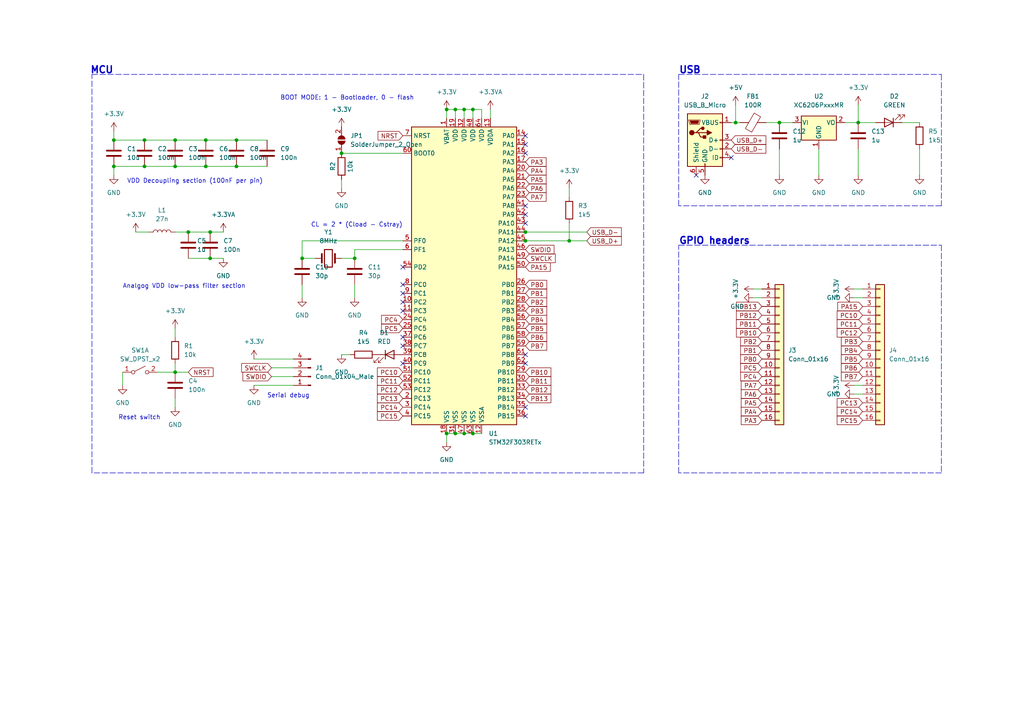
<source format=kicad_sch>
(kicad_sch (version 20211123) (generator eeschema)
  (paper "A4")
  (lib_symbols
    (symbol "Connector:Conn_01x04_Male" (pin_names (offset 1.016) hide)
      (property "Reference" "J" (at 0 5.08 0))
      (property "Value" "Conn_01x04_Male" (at 0 -7.62 0))
      (symbol "Conn_01x04_Male_1_1"
        (polyline (pts (xy 1.27 -5.08) (xy 0.8636 -5.08)) (stroke (width 0.1524)))
        (polyline (pts (xy 1.27 -2.54) (xy 0.8636 -2.54)) (stroke (width 0.1524)))
        (polyline (pts (xy 1.27 0) (xy 0.8636 0)) (stroke (width 0.1524)))
        (polyline (pts (xy 1.27 2.54) (xy 0.8636 2.54)) (stroke (width 0.1524)))
        (rectangle (start 0.8636 -4.953) (end 0 -5.207) (stroke (width 0.1524)) (fill (type outline)))
        (rectangle (start 0.8636 -2.413) (end 0 -2.667) (stroke (width 0.1524)) (fill (type outline)))
        (rectangle (start 0.8636 0.127) (end 0 -0.127) (stroke (width 0.1524)) (fill (type outline)))
        (rectangle (start 0.8636 2.667) (end 0 2.413) (stroke (width 0.1524)) (fill (type outline)))
        (pin passive line (at 5.08 2.54 180) (length 3.81) (name "Pin_1") (number "1"))
        (pin passive line (at 5.08 0 180) (length 3.81) (name "Pin_2") (number "2"))
        (pin passive line (at 5.08 -2.54 180) (length 3.81) (name "Pin_3") (number "3"))
        (pin passive line (at 5.08 -5.08 180) (length 3.81) (name "Pin_4") (number "4"))
      )
    )
    (symbol "Connector:USB_B_Micro" (pin_names (offset 1.016))
      (property "Reference" "J" (at -5.08 11.43 0))
      (property "Value" "USB_B_Micro" (at -5.08 8.89 0))
      (symbol "USB_B_Micro_0_1"
        (rectangle (start -5.08 -7.62) (end 5.08 7.62) (stroke (width 0.254)) (fill (type background)))
        (circle (center -3.81 2.159) (radius 0.635) (stroke (width 0.254)) (fill (type outline)))
        (circle (center -0.635 3.429) (radius 0.381) (stroke (width 0.254)) (fill (type outline)))
        (rectangle (start -0.127 -7.62) (end 0.127 -6.858))
        (polyline (pts (xy -1.905 2.159) (xy 0.635 2.159)) (stroke (width 0.254)))
        (polyline (pts (xy -3.175 2.159) (xy -2.54 2.159) (xy -1.27 3.429) (xy -0.635 3.429)) (stroke (width 0.254)))
        (polyline (pts (xy -2.54 2.159) (xy -1.905 2.159) (xy -1.27 0.889) (xy 0 0.889)) (stroke (width 0.254)))
        (polyline (pts (xy 0.635 2.794) (xy 0.635 1.524) (xy 1.905 2.159) (xy 0.635 2.794)) (stroke (width 0.254)) (fill (type outline)))
        (polyline (pts (xy -4.318 5.588) (xy -1.778 5.588) (xy -2.032 4.826) (xy -4.064 4.826) (xy -4.318 5.588)) (fill (type outline)))
        (polyline (pts (xy -4.699 5.842) (xy -4.699 5.588) (xy -4.445 4.826) (xy -4.445 4.572) (xy -1.651 4.572) (xy -1.651 4.826) (xy -1.397 5.588) (xy -1.397 5.842) (xy -4.699 5.842)))
        (rectangle (start 0.254 1.27) (end -0.508 0.508) (stroke (width 0.254)) (fill (type outline)))
        (rectangle (start 5.08 -5.207) (end 4.318 -4.953))
        (rectangle (start 5.08 -2.667) (end 4.318 -2.413))
        (rectangle (start 5.08 -0.127) (end 4.318 0.127))
        (rectangle (start 5.08 4.953) (end 4.318 5.207))
      )
      (symbol "USB_B_Micro_1_1"
        (pin power_out line (at 7.62 5.08 180) (length 2.54) (name "VBUS") (number "1"))
        (pin bidirectional line (at 7.62 -2.54 180) (length 2.54) (name "D-") (number "2"))
        (pin bidirectional line (at 7.62 0 180) (length 2.54) (name "D+") (number "3"))
        (pin passive line (at 7.62 -5.08 180) (length 2.54) (name "ID") (number "4"))
        (pin power_out line (at 0 -10.16 90) (length 2.54) (name "GND") (number "5"))
        (pin passive line (at -2.54 -10.16 90) (length 2.54) (name "Shield") (number "6"))
      )
    )
    (symbol "Connector_Generic:Conn_01x16" (pin_names (offset 1.016) hide)
      (property "Reference" "J" (at 0 20.32 0))
      (property "Value" "Conn_01x16" (at 0 -22.86 0))
      (symbol "Conn_01x16_1_1"
        (rectangle (start -1.27 -20.193) (end 0 -20.447) (stroke (width 0.1524)))
        (rectangle (start -1.27 -17.653) (end 0 -17.907) (stroke (width 0.1524)))
        (rectangle (start -1.27 -15.113) (end 0 -15.367) (stroke (width 0.1524)))
        (rectangle (start -1.27 -12.573) (end 0 -12.827) (stroke (width 0.1524)))
        (rectangle (start -1.27 -10.033) (end 0 -10.287) (stroke (width 0.1524)))
        (rectangle (start -1.27 -7.493) (end 0 -7.747) (stroke (width 0.1524)))
        (rectangle (start -1.27 -4.953) (end 0 -5.207) (stroke (width 0.1524)))
        (rectangle (start -1.27 -2.413) (end 0 -2.667) (stroke (width 0.1524)))
        (rectangle (start -1.27 0.127) (end 0 -0.127) (stroke (width 0.1524)))
        (rectangle (start -1.27 2.667) (end 0 2.413) (stroke (width 0.1524)))
        (rectangle (start -1.27 5.207) (end 0 4.953) (stroke (width 0.1524)))
        (rectangle (start -1.27 7.747) (end 0 7.493) (stroke (width 0.1524)))
        (rectangle (start -1.27 10.287) (end 0 10.033) (stroke (width 0.1524)))
        (rectangle (start -1.27 12.827) (end 0 12.573) (stroke (width 0.1524)))
        (rectangle (start -1.27 15.367) (end 0 15.113) (stroke (width 0.1524)))
        (rectangle (start -1.27 17.907) (end 0 17.653) (stroke (width 0.1524)))
        (rectangle (start -1.27 19.05) (end 1.27 -21.59) (stroke (width 0.254)) (fill (type background)))
        (pin passive line (at -5.08 17.78 0) (length 3.81) (name "Pin_1") (number "1"))
        (pin passive line (at -5.08 -5.08 0) (length 3.81) (name "Pin_10") (number "10"))
        (pin passive line (at -5.08 -7.62 0) (length 3.81) (name "Pin_11") (number "11"))
        (pin passive line (at -5.08 -10.16 0) (length 3.81) (name "Pin_12") (number "12"))
        (pin passive line (at -5.08 -12.7 0) (length 3.81) (name "Pin_13") (number "13"))
        (pin passive line (at -5.08 -15.24 0) (length 3.81) (name "Pin_14") (number "14"))
        (pin passive line (at -5.08 -17.78 0) (length 3.81) (name "Pin_15") (number "15"))
        (pin passive line (at -5.08 -20.32 0) (length 3.81) (name "Pin_16") (number "16"))
        (pin passive line (at -5.08 15.24 0) (length 3.81) (name "Pin_2") (number "2"))
        (pin passive line (at -5.08 12.7 0) (length 3.81) (name "Pin_3") (number "3"))
        (pin passive line (at -5.08 10.16 0) (length 3.81) (name "Pin_4") (number "4"))
        (pin passive line (at -5.08 7.62 0) (length 3.81) (name "Pin_5") (number "5"))
        (pin passive line (at -5.08 5.08 0) (length 3.81) (name "Pin_6") (number "6"))
        (pin passive line (at -5.08 2.54 0) (length 3.81) (name "Pin_7") (number "7"))
        (pin passive line (at -5.08 0 0) (length 3.81) (name "Pin_8") (number "8"))
        (pin passive line (at -5.08 -2.54 0) (length 3.81) (name "Pin_9") (number "9"))
      )
    )
    (symbol "Device:C" (pin_numbers hide) (pin_names (offset 0.254))
      (property "Reference" "C" (at 0.635 2.54 0))
      (property "Value" "C" (at 0.635 -2.54 0))
      (symbol "C_0_1"
        (polyline (pts (xy -2.032 -0.762) (xy 2.032 -0.762)) (stroke (width 0.508)))
        (polyline (pts (xy -2.032 0.762) (xy 2.032 0.762)) (stroke (width 0.508)))
      )
      (symbol "C_1_1"
        (pin passive line (at 0 3.81 270) (length 2.794) (name "~") (number "1"))
        (pin passive line (at 0 -3.81 90) (length 2.794) (name "~") (number "2"))
      )
    )
    (symbol "Device:Crystal" (pin_numbers hide) (pin_names (offset 1.016) hide)
      (property "Reference" "Y" (at 0 3.81 0))
      (property "Value" "Crystal" (at 0 -3.81 0))
      (symbol "Crystal_0_1"
        (rectangle (start -1.143 2.54) (end 1.143 -2.54) (stroke (width 0.3048)))
        (polyline (pts (xy -2.54 0) (xy -1.905 0)))
        (polyline (pts (xy -1.905 -1.27) (xy -1.905 1.27)) (stroke (width 0.508)))
        (polyline (pts (xy 1.905 -1.27) (xy 1.905 1.27)) (stroke (width 0.508)))
        (polyline (pts (xy 2.54 0) (xy 1.905 0)))
      )
      (symbol "Crystal_1_1"
        (pin passive line (at -3.81 0 0) (length 1.27) (name "1") (number "1"))
        (pin passive line (at 3.81 0 180) (length 1.27) (name "2") (number "2"))
      )
    )
    (symbol "Device:FerriteBead" (pin_numbers hide) (pin_names (offset 0))
      (property "Reference" "FB" (at -3.81 0.635 90))
      (property "Value" "FerriteBead" (at 3.81 0 90))
      (symbol "FerriteBead_0_1"
        (polyline (pts (xy 0 -1.27) (xy 0 -1.2192)))
        (polyline (pts (xy 0 1.27) (xy 0 1.2954)))
        (polyline (pts (xy -2.7686 0.4064) (xy -1.7018 2.2606) (xy 2.7686 -0.3048) (xy 1.6764 -2.159) (xy -2.7686 0.4064)))
      )
      (symbol "FerriteBead_1_1"
        (pin passive line (at 0 3.81 270) (length 2.54) (name "~") (number "1"))
        (pin passive line (at 0 -3.81 90) (length 2.54) (name "~") (number "2"))
      )
    )
    (symbol "Device:L" (pin_numbers hide) (pin_names (offset 1.016) hide)
      (property "Reference" "L" (at -1.27 0 90))
      (property "Value" "L" (at 1.905 0 90))
      (symbol "L_0_1"
        (arc (start 0 -2.54) (mid 0.635 -1.905) (end 0 -1.27))
        (arc (start 0 -1.27) (mid 0.635 -0.635) (end 0 0))
        (arc (start 0 0) (mid 0.635 0.635) (end 0 1.27))
        (arc (start 0 1.27) (mid 0.635 1.905) (end 0 2.54))
      )
      (symbol "L_1_1"
        (pin passive line (at 0 3.81 270) (length 1.27) (name "1") (number "1"))
        (pin passive line (at 0 -3.81 90) (length 1.27) (name "2") (number "2"))
      )
    )
    (symbol "Device:LED" (pin_numbers hide) (pin_names (offset 1.016) hide)
      (property "Reference" "D" (at 0 2.54 0))
      (property "Value" "LED" (at 0 -2.54 0))
      (symbol "LED_0_1"
        (polyline (pts (xy -1.27 -1.27) (xy -1.27 1.27)) (stroke (width 0.254)))
        (polyline (pts (xy -1.27 0) (xy 1.27 0)))
        (polyline (pts (xy 1.27 -1.27) (xy 1.27 1.27) (xy -1.27 0) (xy 1.27 -1.27)) (stroke (width 0.254)))
        (polyline (pts (xy -3.048 -0.762) (xy -4.572 -2.286) (xy -3.81 -2.286) (xy -4.572 -2.286) (xy -4.572 -1.524)))
        (polyline (pts (xy -1.778 -0.762) (xy -3.302 -2.286) (xy -2.54 -2.286) (xy -3.302 -2.286) (xy -3.302 -1.524)))
      )
      (symbol "LED_1_1"
        (pin passive line (at -3.81 0 0) (length 2.54) (name "K") (number "1"))
        (pin passive line (at 3.81 0 180) (length 2.54) (name "A") (number "2"))
      )
    )
    (symbol "Device:R" (pin_numbers hide) (pin_names (offset 0))
      (property "Reference" "R" (at 2.032 0 90))
      (property "Value" "R" (at 0 0 90))
      (symbol "R_0_1"
        (rectangle (start -1.016 -2.54) (end 1.016 2.54) (stroke (width 0.254)))
      )
      (symbol "R_1_1"
        (pin passive line (at 0 3.81 270) (length 1.27) (name "~") (number "1"))
        (pin passive line (at 0 -3.81 90) (length 1.27) (name "~") (number "2"))
      )
    )
    (symbol "Jumper:SolderJumper_2_Open" (pin_names (offset 0) hide)
      (property "Reference" "JP" (at 0 2.032 0))
      (property "Value" "SolderJumper_2_Open" (at 0 -2.54 0))
      (symbol "SolderJumper_2_Open_0_1"
        (arc (start -0.254 1.016) (mid -1.27 0) (end -0.254 -1.016))
        (arc (start -0.254 1.016) (mid -1.27 0) (end -0.254 -1.016) (fill (type outline)))
        (polyline (pts (xy -0.254 1.016) (xy -0.254 -1.016)))
        (polyline (pts (xy 0.254 1.016) (xy 0.254 -1.016)))
        (arc (start 0.254 -1.016) (mid 1.27 0) (end 0.254 1.016))
        (arc (start 0.254 -1.016) (mid 1.27 0) (end 0.254 1.016) (fill (type outline)))
      )
      (symbol "SolderJumper_2_Open_1_1"
        (pin passive line (at -3.81 0 0) (length 2.54) (name "A") (number "1"))
        (pin passive line (at 3.81 0 180) (length 2.54) (name "B") (number "2"))
      )
    )
    (symbol "MCU_ST_STM32F3:STM32F303RETx"
      (property "Reference" "U" (at -15.24 44.45 0))
      (property "Value" "STM32F303RETx" (at 10.16 44.45 0))
      (symbol "STM32F303RETx_0_1"
        (rectangle (start -15.24 -43.18) (end 15.24 43.18) (stroke (width 0.254)) (fill (type background)))
      )
      (symbol "STM32F303RETx_1_1"
        (pin power_in line (at -5.08 45.72 270) (length 2.54) (name "VBAT") (number "1"))
        (pin bidirectional line (at -17.78 -7.62 0) (length 2.54) (name "PC2") (number "10"))
        (pin bidirectional line (at -17.78 -10.16 0) (length 2.54) (name "PC3") (number "11"))
        (pin power_in line (at 5.08 -45.72 90) (length 2.54) (name "VSSA") (number "12"))
        (pin power_in line (at 7.62 45.72 270) (length 2.54) (name "VDDA") (number "13"))
        (pin bidirectional line (at 17.78 40.64 180) (length 2.54) (name "PA0") (number "14"))
        (pin bidirectional line (at 17.78 38.1 180) (length 2.54) (name "PA1") (number "15"))
        (pin bidirectional line (at 17.78 35.56 180) (length 2.54) (name "PA2") (number "16"))
        (pin bidirectional line (at 17.78 33.02 180) (length 2.54) (name "PA3") (number "17"))
        (pin power_in line (at -5.08 -45.72 90) (length 2.54) (name "VSS") (number "18"))
        (pin power_in line (at -2.54 45.72 270) (length 2.54) (name "VDD") (number "19"))
        (pin bidirectional line (at -17.78 -35.56 0) (length 2.54) (name "PC13") (number "2"))
        (pin bidirectional line (at 17.78 30.48 180) (length 2.54) (name "PA4") (number "20"))
        (pin bidirectional line (at 17.78 27.94 180) (length 2.54) (name "PA5") (number "21"))
        (pin bidirectional line (at 17.78 25.4 180) (length 2.54) (name "PA6") (number "22"))
        (pin bidirectional line (at 17.78 22.86 180) (length 2.54) (name "PA7") (number "23"))
        (pin bidirectional line (at -17.78 -12.7 0) (length 2.54) (name "PC4") (number "24"))
        (pin bidirectional line (at -17.78 -15.24 0) (length 2.54) (name "PC5") (number "25"))
        (pin bidirectional line (at 17.78 -2.54 180) (length 2.54) (name "PB0") (number "26"))
        (pin bidirectional line (at 17.78 -5.08 180) (length 2.54) (name "PB1") (number "27"))
        (pin bidirectional line (at 17.78 -7.62 180) (length 2.54) (name "PB2") (number "28"))
        (pin bidirectional line (at 17.78 -27.94 180) (length 2.54) (name "PB10") (number "29"))
        (pin bidirectional line (at -17.78 -38.1 0) (length 2.54) (name "PC14") (number "3"))
        (pin bidirectional line (at 17.78 -30.48 180) (length 2.54) (name "PB11") (number "30"))
        (pin power_in line (at -2.54 -45.72 90) (length 2.54) (name "VSS") (number "31"))
        (pin power_in line (at 0 45.72 270) (length 2.54) (name "VDD") (number "32"))
        (pin bidirectional line (at 17.78 -33.02 180) (length 2.54) (name "PB12") (number "33"))
        (pin bidirectional line (at 17.78 -35.56 180) (length 2.54) (name "PB13") (number "34"))
        (pin bidirectional line (at 17.78 -38.1 180) (length 2.54) (name "PB14") (number "35"))
        (pin bidirectional line (at 17.78 -40.64 180) (length 2.54) (name "PB15") (number "36"))
        (pin bidirectional line (at -17.78 -17.78 0) (length 2.54) (name "PC6") (number "37"))
        (pin bidirectional line (at -17.78 -20.32 0) (length 2.54) (name "PC7") (number "38"))
        (pin bidirectional line (at -17.78 -22.86 0) (length 2.54) (name "PC8") (number "39"))
        (pin bidirectional line (at -17.78 -40.64 0) (length 2.54) (name "PC15") (number "4"))
        (pin bidirectional line (at -17.78 -25.4 0) (length 2.54) (name "PC9") (number "40"))
        (pin bidirectional line (at 17.78 20.32 180) (length 2.54) (name "PA8") (number "41"))
        (pin bidirectional line (at 17.78 17.78 180) (length 2.54) (name "PA9") (number "42"))
        (pin bidirectional line (at 17.78 15.24 180) (length 2.54) (name "PA10") (number "43"))
        (pin bidirectional line (at 17.78 12.7 180) (length 2.54) (name "PA11") (number "44"))
        (pin bidirectional line (at 17.78 10.16 180) (length 2.54) (name "PA12") (number "45"))
        (pin bidirectional line (at 17.78 7.62 180) (length 2.54) (name "PA13") (number "46"))
        (pin power_in line (at 0 -45.72 90) (length 2.54) (name "VSS") (number "47"))
        (pin power_in line (at 2.54 45.72 270) (length 2.54) (name "VDD") (number "48"))
        (pin bidirectional line (at 17.78 5.08 180) (length 2.54) (name "PA14") (number "49"))
        (pin input line (at -17.78 10.16 0) (length 2.54) (name "PF0") (number "5"))
        (pin bidirectional line (at 17.78 2.54 180) (length 2.54) (name "PA15") (number "50"))
        (pin bidirectional line (at -17.78 -27.94 0) (length 2.54) (name "PC10") (number "51"))
        (pin bidirectional line (at -17.78 -30.48 0) (length 2.54) (name "PC11") (number "52"))
        (pin bidirectional line (at -17.78 -33.02 0) (length 2.54) (name "PC12") (number "53"))
        (pin bidirectional line (at -17.78 2.54 0) (length 2.54) (name "PD2") (number "54"))
        (pin bidirectional line (at 17.78 -10.16 180) (length 2.54) (name "PB3") (number "55"))
        (pin bidirectional line (at 17.78 -12.7 180) (length 2.54) (name "PB4") (number "56"))
        (pin bidirectional line (at 17.78 -15.24 180) (length 2.54) (name "PB5") (number "57"))
        (pin bidirectional line (at 17.78 -17.78 180) (length 2.54) (name "PB6") (number "58"))
        (pin bidirectional line (at 17.78 -20.32 180) (length 2.54) (name "PB7") (number "59"))
        (pin input line (at -17.78 7.62 0) (length 2.54) (name "PF1") (number "6"))
        (pin input line (at -17.78 35.56 0) (length 2.54) (name "BOOT0") (number "60"))
        (pin bidirectional line (at 17.78 -22.86 180) (length 2.54) (name "PB8") (number "61"))
        (pin bidirectional line (at 17.78 -25.4 180) (length 2.54) (name "PB9") (number "62"))
        (pin power_in line (at 2.54 -45.72 90) (length 2.54) (name "VSS") (number "63"))
        (pin power_in line (at 5.08 45.72 270) (length 2.54) (name "VDD") (number "64"))
        (pin input line (at -17.78 40.64 0) (length 2.54) (name "NRST") (number "7"))
        (pin bidirectional line (at -17.78 -2.54 0) (length 2.54) (name "PC0") (number "8"))
        (pin bidirectional line (at -17.78 -5.08 0) (length 2.54) (name "PC1") (number "9"))
      )
    )
    (symbol "Regulator_Linear:XC6206PxxxMR" (pin_names (offset 0.254))
      (property "Reference" "U" (at -3.81 3.175 0))
      (property "Value" "XC6206PxxxMR" (at 0 3.175 0))
      (symbol "XC6206PxxxMR_0_1"
        (rectangle (start -5.08 1.905) (end 5.08 -5.08) (stroke (width 0.254)) (fill (type background)))
      )
      (symbol "XC6206PxxxMR_1_1"
        (pin power_in line (at 0 -7.62 90) (length 2.54) (name "GND") (number "1"))
        (pin power_out line (at 7.62 0 180) (length 2.54) (name "VO") (number "2"))
        (pin power_in line (at -7.62 0 0) (length 2.54) (name "VI") (number "3"))
      )
    )
    (symbol "Switch:SW_DPST_x2" (pin_names (offset 0) hide)
      (property "Reference" "SW" (at 0 3.175 0))
      (property "Value" "SW_DPST_x2" (at 0 -2.54 0))
      (symbol "SW_DPST_x2_0_0"
        (circle (center -2.032 0) (radius 0.508))
        (polyline (pts (xy -1.524 0.254) (xy 1.524 1.778)))
        (circle (center 2.032 0) (radius 0.508))
      )
      (symbol "SW_DPST_x2_1_1"
        (pin passive line (at -5.08 0 0) (length 2.54) (name "A") (number "1"))
        (pin passive line (at 5.08 0 180) (length 2.54) (name "B") (number "2"))
      )
      (symbol "SW_DPST_x2_2_1"
        (pin passive line (at -5.08 0 0) (length 2.54) (name "A") (number "3"))
        (pin passive line (at 5.08 0 180) (length 2.54) (name "B") (number "4"))
      )
    )
    (symbol "power:+3.3V" (power) (pin_names (offset 0))
      (property "Value" "+3.3V" (at 0 3.556 0))
      (symbol "+3.3V_0_1"
        (polyline (pts (xy -0.762 1.27) (xy 0 2.54)))
        (polyline (pts (xy 0 0) (xy 0 2.54)))
        (polyline (pts (xy 0 2.54) (xy 0.762 1.27)))
      )
      (symbol "+3.3V_1_1"
        (pin power_in line (at 0 0 90) (length 0) hide (name "+3.3V") (number "1"))
      )
    )
    (symbol "power:+3.3VA" (power) (pin_names (offset 0))
      (property "Value" "+3.3VA" (at 0 3.556 0))
      (symbol "+3.3VA_0_1"
        (polyline (pts (xy -0.762 1.27) (xy 0 2.54)))
        (polyline (pts (xy 0 0) (xy 0 2.54)))
        (polyline (pts (xy 0 2.54) (xy 0.762 1.27)))
      )
      (symbol "+3.3VA_1_1"
        (pin power_in line (at 0 0 90) (length 0) hide (name "+3.3VA") (number "1"))
      )
    )
    (symbol "power:+5V" (power) (pin_names (offset 0))
      (property "Value" "+5V" (at 0 3.556 0))
      (symbol "+5V_0_1"
        (polyline (pts (xy -0.762 1.27) (xy 0 2.54)))
        (polyline (pts (xy 0 0) (xy 0 2.54)))
        (polyline (pts (xy 0 2.54) (xy 0.762 1.27)))
      )
      (symbol "+5V_1_1"
        (pin power_in line (at 0 0 90) (length 0) hide (name "+5V") (number "1"))
      )
    )
    (symbol "power:GND" (power) (pin_names (offset 0))
      (property "Value" "GND" (at 0 -3.81 0))
      (symbol "GND_0_1"
        (polyline (pts (xy 0 0) (xy 0 -1.27) (xy 1.27 -1.27) (xy 0 -2.54) (xy -1.27 -1.27) (xy 0 -1.27)))
      )
      (symbol "GND_1_1"
        (pin power_in line (at 0 0 270) (length 0) hide (name "GND") (number "1"))
      )
    )
  )
  (junction (at 152.4 67.31))
  (junction (at 59.69 40.64))
  (junction (at 213.36 35.56))
  (junction (at 152.4 69.85))
  (junction (at 41.91 48.26))
  (junction (at 99.06 44.45))
  (junction (at 68.58 48.26))
  (junction (at 54.61 67.31))
  (junction (at 87.63 74.93))
  (junction (at 132.08 31.75))
  (junction (at 68.58 40.64))
  (junction (at 134.62 125.73))
  (junction (at 59.69 48.26))
  (junction (at 248.92 35.56))
  (junction (at 137.16 31.75))
  (junction (at 33.02 40.64))
  (junction (at 132.08 125.73))
  (junction (at 226.06 35.56))
  (junction (at 50.8 48.26))
  (junction (at 102.87 74.93))
  (junction (at 137.16 125.73))
  (junction (at 41.91 40.64))
  (junction (at 129.54 31.75))
  (junction (at 134.62 31.75))
  (junction (at 60.96 74.93))
  (junction (at 165.1 69.85))
  (junction (at 50.8 40.64))
  (junction (at 129.54 125.73))
  (junction (at 33.02 48.26))
  (junction (at 50.8 107.95))
  (junction (at 60.96 67.31))
  (no_connect (at 152.4 39.37))
  (no_connect (at 152.4 44.45))
  (no_connect (at 152.4 118.11))
  (no_connect (at 152.4 120.65))
  (no_connect (at 152.4 41.91))
  (no_connect (at 152.4 62.23))
  (no_connect (at 116.84 105.41))
  (no_connect (at 116.84 97.79))
  (no_connect (at 116.84 100.33))
  (no_connect (at 152.4 64.77))
  (no_connect (at 152.4 102.87))
  (no_connect (at 116.84 77.47))
  (no_connect (at 152.4 105.41))
  (no_connect (at 212.09 45.72))
  (no_connect (at 201.93 50.8))
  (no_connect (at 116.84 82.55))
  (no_connect (at 116.84 85.09))
  (no_connect (at 116.84 87.63))
  (no_connect (at 116.84 90.17))
  (no_connect (at 152.4 59.69))
  (polyline (pts (xy 273.05 137.16) (xy 196.85 137.16)))
  (wire (pts (xy 50.8 105.41) (xy 50.8 107.95)))
  (wire (pts (xy 116.84 72.39) (xy 102.87 72.39)))
  (wire (pts (xy 50.8 107.95) (xy 54.61 107.95)))
  (wire (pts (xy 50.8 115.57) (xy 50.8 118.11)))
  (wire (pts (xy 41.91 48.26) (xy 50.8 48.26)))
  (polyline (pts (xy 186.69 137.16) (xy 26.67 137.16)))
  (wire (pts (xy 39.37 67.31) (xy 43.18 67.31)))
  (wire (pts (xy 134.62 125.73) (xy 137.16 125.73)))
  (wire (pts (xy 134.62 31.75) (xy 137.16 31.75)))
  (wire (pts (xy 165.1 64.77) (xy 165.1 69.85)))
  (wire (pts (xy 248.92 35.56) (xy 254 35.56)))
  (wire (pts (xy 226.06 35.56) (xy 229.87 35.56)))
  (wire (pts (xy 87.63 82.55) (xy 87.63 86.36)))
  (polyline (pts (xy 26.67 137.16) (xy 26.67 21.59)))
  (wire (pts (xy 237.49 43.18) (xy 237.49 50.8)))
  (wire (pts (xy 142.24 31.75) (xy 142.24 34.29)))
  (wire (pts (xy 50.8 48.26) (xy 59.69 48.26)))
  (wire (pts (xy 60.96 74.93) (xy 64.77 74.93)))
  (wire (pts (xy 102.87 82.55) (xy 102.87 86.36)))
  (wire (pts (xy 87.63 74.93) (xy 91.44 74.93)))
  (polyline (pts (xy 273.05 59.69) (xy 196.85 59.69)))
  (wire (pts (xy 132.08 125.73) (xy 134.62 125.73)))
  (wire (pts (xy 45.72 107.95) (xy 50.8 107.95)))
  (wire (pts (xy 222.25 35.56) (xy 226.06 35.56)))
  (wire (pts (xy 78.74 106.68) (xy 85.09 106.68)))
  (wire (pts (xy 245.11 35.56) (xy 248.92 35.56)))
  (wire (pts (xy 78.74 109.22) (xy 85.09 109.22)))
  (polyline (pts (xy 273.05 21.59) (xy 273.05 59.69)))
  (wire (pts (xy 59.69 48.26) (xy 68.58 48.26)))
  (polyline (pts (xy 196.85 83.82) (xy 196.85 71.12)))
  (wire (pts (xy 132.08 31.75) (xy 134.62 31.75)))
  (wire (pts (xy 73.66 111.76) (xy 85.09 111.76)))
  (wire (pts (xy 129.54 125.73) (xy 132.08 125.73)))
  (wire (pts (xy 170.18 69.85) (xy 165.1 69.85)))
  (wire (pts (xy 212.09 35.56) (xy 213.36 35.56)))
  (wire (pts (xy 134.62 31.75) (xy 134.62 34.29)))
  (wire (pts (xy 87.63 69.85) (xy 87.63 74.93)))
  (wire (pts (xy 50.8 67.31) (xy 54.61 67.31)))
  (wire (pts (xy 33.02 40.64) (xy 41.91 40.64)))
  (wire (pts (xy 59.69 40.64) (xy 68.58 40.64)))
  (wire (pts (xy 99.06 74.93) (xy 102.87 74.93)))
  (wire (pts (xy 68.58 40.64) (xy 77.47 40.64)))
  (wire (pts (xy 54.61 74.93) (xy 60.96 74.93)))
  (wire (pts (xy 218.44 83.82) (xy 220.98 83.82)))
  (polyline (pts (xy 186.69 21.59) (xy 186.69 137.16)))
  (wire (pts (xy 213.36 35.56) (xy 214.63 35.56)))
  (wire (pts (xy 248.92 43.18) (xy 248.92 50.8)))
  (wire (pts (xy 261.62 35.56) (xy 266.7 35.56)))
  (wire (pts (xy 137.16 125.73) (xy 139.7 125.73)))
  (wire (pts (xy 99.06 102.87) (xy 101.6 102.87)))
  (polyline (pts (xy 196.85 71.12) (xy 273.05 71.12)))
  (wire (pts (xy 165.1 54.61) (xy 165.1 57.15)))
  (wire (pts (xy 99.06 44.45) (xy 116.84 44.45)))
  (wire (pts (xy 33.02 38.1) (xy 33.02 40.64)))
  (wire (pts (xy 247.65 86.36) (xy 250.19 86.36)))
  (wire (pts (xy 33.02 48.26) (xy 33.02 50.8)))
  (polyline (pts (xy 26.67 21.59) (xy 186.69 21.59)))
  (wire (pts (xy 129.54 125.73) (xy 129.54 128.27)))
  (wire (pts (xy 247.65 114.3) (xy 250.19 114.3)))
  (polyline (pts (xy 196.85 59.69) (xy 196.85 21.59)))
  (polyline (pts (xy 196.85 21.59) (xy 273.05 21.59)))
  (wire (pts (xy 218.44 86.36) (xy 220.98 86.36)))
  (wire (pts (xy 60.96 67.31) (xy 64.77 67.31)))
  (wire (pts (xy 247.65 83.82) (xy 250.19 83.82)))
  (wire (pts (xy 116.84 69.85) (xy 87.63 69.85)))
  (wire (pts (xy 137.16 31.75) (xy 139.7 31.75)))
  (wire (pts (xy 148.59 67.31) (xy 152.4 67.31)))
  (wire (pts (xy 99.06 52.07) (xy 99.06 54.61)))
  (wire (pts (xy 73.66 104.14) (xy 85.09 104.14)))
  (polyline (pts (xy 196.85 137.16) (xy 196.85 82.55)))
  (wire (pts (xy 170.18 67.31) (xy 152.4 67.31)))
  (wire (pts (xy 50.8 40.64) (xy 59.69 40.64)))
  (wire (pts (xy 266.7 43.18) (xy 266.7 50.8)))
  (wire (pts (xy 102.87 72.39) (xy 102.87 74.93)))
  (wire (pts (xy 50.8 95.25) (xy 50.8 97.79)))
  (wire (pts (xy 129.54 31.75) (xy 129.54 34.29)))
  (wire (pts (xy 226.06 43.18) (xy 226.06 50.8)))
  (wire (pts (xy 54.61 67.31) (xy 60.96 67.31)))
  (wire (pts (xy 248.92 30.48) (xy 248.92 35.56)))
  (wire (pts (xy 35.56 107.95) (xy 35.56 111.76)))
  (wire (pts (xy 129.54 31.75) (xy 132.08 31.75)))
  (wire (pts (xy 165.1 69.85) (xy 152.4 69.85)))
  (polyline (pts (xy 273.05 71.12) (xy 273.05 82.55)))
  (wire (pts (xy 132.08 31.75) (xy 132.08 34.29)))
  (wire (pts (xy 213.36 30.48) (xy 213.36 35.56)))
  (wire (pts (xy 152.4 69.85) (xy 148.59 69.85)))
  (wire (pts (xy 68.58 48.26) (xy 77.47 48.26)))
  (wire (pts (xy 139.7 31.75) (xy 139.7 34.29)))
  (wire (pts (xy 137.16 31.75) (xy 137.16 34.29)))
  (wire (pts (xy 247.65 111.76) (xy 250.19 111.76)))
  (polyline (pts (xy 273.05 82.55) (xy 273.05 137.16)))
  (wire (pts (xy 41.91 40.64) (xy 50.8 40.64)))
  (wire (pts (xy 33.02 48.26) (xy 41.91 48.26)))
  (text "USB" (at 196.85 21.59 0) (effects (font (size 2 2) bold) (justify left bottom)))
  (text "Reset switch" (at 34.29 121.92 0) (effects (font (size 1.27 1.27)) (justify left bottom)))
  (text "Serial debug" (at 77.47 115.57 0) (effects (font (size 1.27 1.27)) (justify left bottom)))
  (text "GPIO headers" (at 196.85 71.12 0) (effects (font (size 2 2) (thickness 0.4) bold) (justify left bottom)))
  (text "CL = 2 * (Cload - Cstray)" (at 90.17 66.04 0) (effects (font (size 1.27 1.27)) (justify left bottom)))
  (text "BOOT MODE: 1 - Bootloader, 0 - flash\n" (at 81.28 29.21 0) (effects (font (size 1.27 1.27)) (justify left bottom)))
  (text "Analgog VDD low-pass filter section" (at 35.56 83.82 0) (effects (font (size 1.27 1.27)) (justify left bottom)))
  (text "MCU" (at 33.02 21.59 180) (effects (font (size 2 2) bold) (justify right bottom)))
  (text "VDD Decoupling section (100nF per pin)" (at 36.83 53.34 0) (effects (font (size 1.27 1.27)) (justify left bottom)))
  (global_label "PB1" (shape input) (at 152.4 85.09 0) (property "Intersheet References" "${INTERSHEET_REFS}" (effects hide)))
  (global_label "PB1" (shape input) (at 220.98 101.6 180) (property "Intersheet References" "${INTERSHEET_REFS}" (effects hide)))
  (global_label "PA5" (shape input) (at 152.4 52.07 0) (property "Intersheet References" "${INTERSHEET_REFS}" (effects hide)))
  (global_label "PA3" (shape input) (at 152.4 46.99 0) (property "Intersheet References" "${INTERSHEET_REFS}" (effects hide)))
  (global_label "PB4" (shape input) (at 250.19 101.6 180) (property "Intersheet References" "${INTERSHEET_REFS}" (effects hide)))
  (global_label "PC15" (shape input) (at 116.84 120.65 180) (property "Intersheet References" "${INTERSHEET_REFS}" (effects hide)))
  (global_label "PB2" (shape input) (at 220.98 99.06 180) (property "Intersheet References" "${INTERSHEET_REFS}" (effects hide)))
  (global_label "NRST" (shape input) (at 116.84 39.37 180) (property "Intersheet References" "${INTERSHEET_REFS}" (effects hide)))
  (global_label "PC5" (shape input) (at 116.84 95.25 180) (property "Intersheet References" "${INTERSHEET_REFS}" (effects hide)))
  (global_label "SWCLK" (shape input) (at 152.4 74.93 0) (property "Intersheet References" "${INTERSHEET_REFS}" (effects hide)))
  (global_label "PB11" (shape input) (at 152.4 110.49 0) (property "Intersheet References" "${INTERSHEET_REFS}" (effects hide)))
  (global_label "PB2" (shape input) (at 152.4 87.63 0) (property "Intersheet References" "${INTERSHEET_REFS}" (effects hide)))
  (global_label "PC4" (shape input) (at 116.84 92.71 180) (property "Intersheet References" "${INTERSHEET_REFS}" (effects hide)))
  (global_label "PA4" (shape input) (at 152.4 49.53 0) (property "Intersheet References" "${INTERSHEET_REFS}" (effects hide)))
  (global_label "PB7" (shape input) (at 250.19 109.22 180) (property "Intersheet References" "${INTERSHEET_REFS}" (effects hide)))
  (global_label "PB3" (shape input) (at 250.19 99.06 180) (property "Intersheet References" "${INTERSHEET_REFS}" (effects hide)))
  (global_label "PA7" (shape input) (at 220.98 111.76 180) (property "Intersheet References" "${INTERSHEET_REFS}" (effects hide)))
  (global_label "PA7" (shape input) (at 152.4 57.15 0) (property "Intersheet References" "${INTERSHEET_REFS}" (effects hide)))
  (global_label "PC14" (shape input) (at 250.19 119.38 180) (property "Intersheet References" "${INTERSHEET_REFS}" (effects hide)))
  (global_label "PB4" (shape input) (at 152.4 92.71 0) (property "Intersheet References" "${INTERSHEET_REFS}" (effects hide)))
  (global_label "NRST" (shape input) (at 54.61 107.95 0) (property "Intersheet References" "${INTERSHEET_REFS}" (effects hide)))
  (global_label "PC10" (shape input) (at 250.19 91.44 180) (property "Intersheet References" "${INTERSHEET_REFS}" (effects hide)))
  (global_label "PA3" (shape input) (at 220.98 121.92 180) (property "Intersheet References" "${INTERSHEET_REFS}" (effects hide)))
  (global_label "PB7" (shape input) (at 152.4 100.33 0) (property "Intersheet References" "${INTERSHEET_REFS}" (effects hide)))
  (global_label "PC11" (shape input) (at 116.84 110.49 180) (property "Intersheet References" "${INTERSHEET_REFS}" (effects hide)))
  (global_label "PB12" (shape input) (at 220.98 91.44 180) (property "Intersheet References" "${INTERSHEET_REFS}" (effects hide)))
  (global_label "PA6" (shape input) (at 152.4 54.61 0) (property "Intersheet References" "${INTERSHEET_REFS}" (effects hide)))
  (global_label "SWCLK" (shape input) (at 78.74 106.68 180) (property "Intersheet References" "${INTERSHEET_REFS}" (effects hide)))
  (global_label "PC10" (shape input) (at 116.84 107.95 180) (property "Intersheet References" "${INTERSHEET_REFS}" (effects hide)))
  (global_label "PB10" (shape input) (at 152.4 107.95 0) (property "Intersheet References" "${INTERSHEET_REFS}" (effects hide)))
  (global_label "PC13" (shape input) (at 250.19 116.84 180) (property "Intersheet References" "${INTERSHEET_REFS}" (effects hide)))
  (global_label "PB13" (shape input) (at 152.4 115.57 0) (property "Intersheet References" "${INTERSHEET_REFS}" (effects hide)))
  (global_label "SWDIO" (shape input) (at 78.74 109.22 180) (property "Intersheet References" "${INTERSHEET_REFS}" (effects hide)))
  (global_label "PC4" (shape input) (at 220.98 109.22 180) (property "Intersheet References" "${INTERSHEET_REFS}" (effects hide)))
  (global_label "PC12" (shape input) (at 250.19 96.52 180) (property "Intersheet References" "${INTERSHEET_REFS}" (effects hide)))
  (global_label "SWDIO" (shape input) (at 152.4 72.39 0) (property "Intersheet References" "${INTERSHEET_REFS}" (effects hide)))
  (global_label "USB_D+" (shape input) (at 212.09 40.64 0) (property "Intersheet References" "${INTERSHEET_REFS}" (effects hide)))
  (global_label "PB11" (shape input) (at 220.98 93.98 180) (property "Intersheet References" "${INTERSHEET_REFS}" (effects hide)))
  (global_label "PC12" (shape input) (at 116.84 113.03 180) (property "Intersheet References" "${INTERSHEET_REFS}" (effects hide)))
  (global_label "PB6" (shape input) (at 250.19 106.68 180) (property "Intersheet References" "${INTERSHEET_REFS}" (effects hide)))
  (global_label "PA15" (shape input) (at 250.19 88.9 180) (property "Intersheet References" "${INTERSHEET_REFS}" (effects hide)))
  (global_label "PB5" (shape input) (at 152.4 95.25 0) (property "Intersheet References" "${INTERSHEET_REFS}" (effects hide)))
  (global_label "PB3" (shape input) (at 152.4 90.17 0) (property "Intersheet References" "${INTERSHEET_REFS}" (effects hide)))
  (global_label "PB13" (shape input) (at 220.98 88.9 180) (property "Intersheet References" "${INTERSHEET_REFS}" (effects hide)))
  (global_label "PC13" (shape input) (at 116.84 115.57 180) (property "Intersheet References" "${INTERSHEET_REFS}" (effects hide)))
  (global_label "PB6" (shape input) (at 152.4 97.79 0) (property "Intersheet References" "${INTERSHEET_REFS}" (effects hide)))
  (global_label "PB0" (shape input) (at 220.98 104.14 180) (property "Intersheet References" "${INTERSHEET_REFS}" (effects hide)))
  (global_label "PA4" (shape input) (at 220.98 119.38 180) (property "Intersheet References" "${INTERSHEET_REFS}" (effects hide)))
  (global_label "PB12" (shape input) (at 152.4 113.03 0) (property "Intersheet References" "${INTERSHEET_REFS}" (effects hide)))
  (global_label "PC14" (shape input) (at 116.84 118.11 180) (property "Intersheet References" "${INTERSHEET_REFS}" (effects hide)))
  (global_label "PA15" (shape input) (at 152.4 77.47 0) (property "Intersheet References" "${INTERSHEET_REFS}" (effects hide)))
  (global_label "PA5" (shape input) (at 220.98 116.84 180) (property "Intersheet References" "${INTERSHEET_REFS}" (effects hide)))
  (global_label "PC11" (shape input) (at 250.19 93.98 180) (property "Intersheet References" "${INTERSHEET_REFS}" (effects hide)))
  (global_label "USB_D+" (shape input) (at 170.18 69.85 0) (property "Intersheet References" "${INTERSHEET_REFS}" (effects hide)))
  (global_label "PC5" (shape input) (at 220.98 106.68 180) (property "Intersheet References" "${INTERSHEET_REFS}" (effects hide)))
  (global_label "USB_D-" (shape input) (at 170.18 67.31 0) (property "Intersheet References" "${INTERSHEET_REFS}" (effects hide)))
  (global_label "PC15" (shape input) (at 250.19 121.92 180) (property "Intersheet References" "${INTERSHEET_REFS}" (effects hide)))
  (global_label "PB5" (shape input) (at 250.19 104.14 180) (property "Intersheet References" "${INTERSHEET_REFS}" (effects hide)))
  (global_label "PA6" (shape input) (at 220.98 114.3 180) (property "Intersheet References" "${INTERSHEET_REFS}" (effects hide)))
  (global_label "PB0" (shape input) (at 152.4 82.55 0) (property "Intersheet References" "${INTERSHEET_REFS}" (effects hide)))
  (global_label "USB_D-" (shape input) (at 212.09 43.18 0) (property "Intersheet References" "${INTERSHEET_REFS}" (effects hide)))
  (global_label "PB10" (shape input) (at 220.98 96.52 180) (property "Intersheet References" "${INTERSHEET_REFS}" (effects hide)))
  (symbol (lib_id "power:GND") (at 226.06 50.8 0) (unit 1)
    (property "Reference" "#PWR025" (effects hide))
    (property "Value" "GND" (at 226.06 55.88 0))
  )
  (symbol (lib_id "power:GND") (at 99.06 102.87 0) (unit 1)
    (property "Reference" "#PWR019" (effects hide))
    (property "Value" "GND" (at 99.06 107.95 0))
  )
  (symbol (lib_id "Device:R") (at 165.1 60.96 0) (unit 1)
    (property "Reference" "R3" (at 167.64 59.6899 0) (effects (justify left)))
    (property "Value" "1k5" (at 167.64 62.2299 0) (effects (justify left)))
    (property "Footprint" "Resistor_SMD:R_0603_1608Metric" (effects hide))
  )
  (symbol (lib_id "power:+3.3V") (at 33.02 38.1 0) (unit 1)
    (property "Reference" "#PWR01" (effects hide))
    (property "Value" "+3.3V" (at 33.02 33.02 0))
  )
  (symbol (lib_id "Jumper:SolderJumper_2_Open") (at 99.06 40.64 90) (unit 1)
    (property "Reference" "JP1" (at 101.6 39.3699 90) (effects (justify right)))
    (property "Value" "SolderJumper_2_Open" (at 101.6 41.9099 90) (effects (justify right)))
    (property "Footprint" "Jumper:SolderJumper-2_P1.3mm_Open_RoundedPad1.0x1.5mm" (effects hide))
  )
  (symbol (lib_id "power:+3.3V") (at 248.92 30.48 0) (unit 1)
    (property "Reference" "#PWR029" (effects hide))
    (property "Value" "+3.3V" (at 248.92 25.4 0))
  )
  (symbol (lib_id "power:+3.3V") (at 247.65 111.76 90) (unit 1)
    (property "Reference" "#PWR0102" (effects hide))
    (property "Value" "+3.3V" (at 242.57 111.76 0))
  )
  (symbol (lib_id "Device:C") (at 50.8 111.76 0) (unit 1)
    (property "Reference" "C4" (at 54.61 110.4899 0) (effects (justify left)))
    (property "Value" "100n" (at 54.61 113.0299 0) (effects (justify left)))
    (property "Footprint" "Capacitor_SMD:C_0402_1005Metric" (effects hide))
  )
  (symbol (lib_id "Device:LED") (at 113.03 102.87 0) (unit 1)
    (property "Reference" "D1" (at 111.4425 96.52 0))
    (property "Value" "RED" (at 111.4425 99.06 0))
    (property "Footprint" "LED_SMD:LED_0805_2012Metric" (effects hide))
  )
  (symbol (lib_id "power:GND") (at 248.92 50.8 0) (unit 1)
    (property "Reference" "#PWR030" (effects hide))
    (property "Value" "GND" (at 248.92 55.88 0))
  )
  (symbol (lib_id "power:GND") (at 218.44 86.36 270) (unit 1)
    (property "Reference" "#PWR028" (effects hide))
    (property "Value" "GND" (at 215.9 88.8999 90) (effects (justify right)))
  )
  (symbol (lib_id "Connector_Generic:Conn_01x16") (at 226.06 101.6 0) (unit 1)
    (property "Reference" "J3" (at 228.6 101.5999 0) (effects (justify left)))
    (property "Value" "Conn_01x16" (at 228.6 104.1399 0) (effects (justify left)))
    (property "Footprint" "Connector_PinSocket_2.54mm:PinSocket_1x16_P2.54mm_Vertical" (effects hide))
  )
  (symbol (lib_id "power:GND") (at 87.63 86.36 0) (unit 1)
    (property "Reference" "#PWR011" (effects hide))
    (property "Value" "GND" (at 87.63 91.44 0))
  )
  (symbol (lib_id "Connector:USB_B_Micro") (at 204.47 40.64 0) (unit 1)
    (property "Reference" "J2" (at 204.47 27.94 0))
    (property "Value" "USB_B_Micro" (at 204.47 30.48 0))
    (property "Footprint" "Connector_USB:USB_Micro-B_Molex_47346-0001" (effects hide))
  )
  (symbol (lib_id "Device:C") (at 33.02 44.45 0) (unit 1)
    (property "Reference" "C1" (at 36.83 43.1799 0) (effects (justify left)))
    (property "Value" "10u" (at 36.83 45.7199 0) (effects (justify left)))
    (property "Footprint" "Capacitor_SMD:C_0603_1608Metric" (effects hide))
  )
  (symbol (lib_id "power:GND") (at 247.65 86.36 270) (unit 1)
    (property "Reference" "#PWR023" (effects hide))
    (property "Value" "GND" (at 243.84 86.3599 90) (effects (justify right)))
  )
  (symbol (lib_id "power:GND") (at 247.65 114.3 270) (unit 1)
    (property "Reference" "#PWR0101" (effects hide))
    (property "Value" "GND" (at 243.84 114.2999 90) (effects (justify right)))
  )
  (symbol (lib_id "Switch:SW_DPST_x2") (at 40.64 107.95 0) (unit 1)
    (property "Reference" "SW1" (at 40.64 101.6 0))
    (property "Value" "SW_DPST_x2" (at 40.64 104.14 0))
    (property "Footprint" "Button_Switch_SMD:SW_SPST_CK_RS282G05A3" (effects hide))
  )
  (symbol (lib_id "power:+3.3VA") (at 142.24 31.75 0) (unit 1)
    (property "Reference" "#PWR017" (effects hide))
    (property "Value" "+3.3VA" (at 142.24 26.67 0))
  )
  (symbol (lib_id "power:GND") (at 129.54 128.27 0) (unit 1)
    (property "Reference" "#PWR016" (effects hide))
    (property "Value" "GND" (at 129.54 133.35 0))
  )
  (symbol (lib_id "Connector_Generic:Conn_01x16") (at 255.27 101.6 0) (unit 1)
    (property "Reference" "J4" (at 257.81 101.5999 0) (effects (justify left)))
    (property "Value" "Conn_01x16" (at 257.81 104.1399 0) (effects (justify left)))
    (property "Footprint" "Connector_PinSocket_2.54mm:PinSocket_1x16_P2.54mm_Vertical" (effects hide))
  )
  (symbol (lib_id "Device:R") (at 50.8 101.6 180) (unit 1)
    (property "Reference" "R1" (at 53.34 100.3299 0) (effects (justify right)))
    (property "Value" "10k" (at 53.34 102.8699 0) (effects (justify right)))
    (property "Footprint" "Resistor_SMD:R_0603_1608Metric" (effects hide))
  )
  (symbol (lib_id "Device:C") (at 77.47 44.45 0) (unit 1)
    (property "Reference" "C9" (at 81.28 43.1799 0) (effects (justify left)))
    (property "Value" "100n" (at 81.28 45.7199 0) (effects (justify left)))
    (property "Footprint" "Capacitor_SMD:C_0402_1005Metric" (effects hide))
  )
  (symbol (lib_id "Device:C") (at 60.96 71.12 0) (unit 1)
    (property "Reference" "C7" (at 64.77 69.8499 0) (effects (justify left)))
    (property "Value" "100n" (at 64.77 72.3899 0) (effects (justify left)))
    (property "Footprint" "Capacitor_SMD:C_0402_1005Metric" (effects hide))
  )
  (symbol (lib_id "MCU_ST_STM32F3:STM32F303RETx") (at 134.62 80.01 0) (unit 1)
    (property "Reference" "U1" (at 141.7194 125.73 0) (effects (justify left)))
    (property "Value" "STM32F303RETx" (at 141.7194 128.27 0) (effects (justify left)))
    (property "Footprint" "Package_QFP:LQFP-64_10x10mm_P0.5mm" (effects hide))
    (property "Datasheet" "http://www.st.com/st-web-ui/static/active/en/resource/technical/document/datasheet/DM00118585.pdf" (effects hide))
  )
  (symbol (lib_id "Connector:Conn_01x04_Male") (at 90.17 109.22 180) (unit 1)
    (property "Reference" "J1" (at 91.44 106.6799 0) (effects (justify right)))
    (property "Value" "Conn_01x04_Male" (at 91.44 109.2199 0) (effects (justify right)))
    (property "Footprint" "Connector_PinHeader_2.54mm:PinHeader_1x04_P2.54mm_Vertical" (effects hide))
  )
  (symbol (lib_id "power:GND") (at 50.8 118.11 0) (unit 1)
    (property "Reference" "#PWR06" (effects hide))
    (property "Value" "GND" (at 50.8 123.19 0))
  )
  (symbol (lib_id "Device:C") (at 68.58 44.45 0) (unit 1)
    (property "Reference" "C8" (at 72.39 43.1799 0) (effects (justify left)))
    (property "Value" "100n" (at 72.39 45.7199 0) (effects (justify left)))
    (property "Footprint" "Capacitor_SMD:C_0402_1005Metric" (effects hide))
  )
  (symbol (lib_id "power:+3.3V") (at 165.1 54.61 0) (unit 1)
    (property "Reference" "#PWR018" (effects hide))
    (property "Value" "+3.3V" (at 165.1 49.53 0))
  )
  (symbol (lib_id "power:+3.3V") (at 247.65 83.82 90) (unit 1)
    (property "Reference" "#PWR022" (effects hide))
    (property "Value" "+3.3V" (at 242.57 83.82 0))
  )
  (symbol (lib_id "power:GND") (at 33.02 50.8 0) (unit 1)
    (property "Reference" "#PWR02" (effects hide))
    (property "Value" "GND" (at 33.02 55.88 0))
  )
  (symbol (lib_id "power:+3.3V") (at 99.06 36.83 0) (unit 1)
    (property "Reference" "#PWR012" (effects hide))
    (property "Value" "+3.3V" (at 99.06 31.75 0))
  )
  (symbol (lib_id "Device:C") (at 59.69 44.45 0) (unit 1)
    (property "Reference" "C6" (at 63.5 43.1799 0) (effects (justify left)))
    (property "Value" "100n" (at 63.5 45.7199 0) (effects (justify left)))
    (property "Footprint" "Capacitor_SMD:C_0402_1005Metric" (effects hide))
  )
  (symbol (lib_id "power:GND") (at 64.77 74.93 0) (unit 1)
    (property "Reference" "#PWR08" (effects hide))
    (property "Value" "GND" (at 64.77 80.01 0))
  )
  (symbol (lib_id "power:+3.3V") (at 39.37 67.31 0) (unit 1)
    (property "Reference" "#PWR04" (effects hide))
    (property "Value" "+3.3V" (at 39.37 62.23 0))
  )
  (symbol (lib_id "Device:C") (at 50.8 44.45 0) (unit 1)
    (property "Reference" "C3" (at 54.61 43.1799 0) (effects (justify left)))
    (property "Value" "100n" (at 54.61 45.7199 0) (effects (justify left)))
    (property "Footprint" "Capacitor_SMD:C_0402_1005Metric" (effects hide))
  )
  (symbol (lib_id "Device:LED") (at 257.81 35.56 180) (unit 1)
    (property "Reference" "D2" (at 259.3975 27.94 0))
    (property "Value" "GREEN" (at 259.3975 30.48 0))
    (property "Footprint" "LED_SMD:LED_0805_2012Metric" (effects hide))
  )
  (symbol (lib_id "Device:C") (at 87.63 78.74 0) (unit 1)
    (property "Reference" "C10" (at 91.44 77.4699 0) (effects (justify left)))
    (property "Value" "30p" (at 91.44 80.0099 0) (effects (justify left)))
    (property "Footprint" "Capacitor_SMD:C_0402_1005Metric" (effects hide))
  )
  (symbol (lib_id "Device:Crystal") (at 95.25 74.93 0) (unit 1)
    (property "Reference" "Y1" (at 95.25 67.31 0))
    (property "Value" "8MHz" (at 95.25 69.85 0))
    (property "Footprint" "Crystal:Crystal_SMD_0603-2Pin_6.0x3.5mm" (effects hide))
  )
  (symbol (lib_id "power:GND") (at 266.7 50.8 0) (unit 1)
    (property "Reference" "#PWR031" (effects hide))
    (property "Value" "GND" (at 266.7 55.88 0))
  )
  (symbol (lib_id "power:GND") (at 35.56 111.76 0) (unit 1)
    (property "Reference" "#PWR03" (effects hide))
    (property "Value" "GND" (at 35.56 116.84 0))
  )
  (symbol (lib_id "power:GND") (at 204.47 50.8 0) (unit 1)
    (property "Reference" "#PWR020" (effects hide))
    (property "Value" "GND" (at 204.47 55.88 0))
  )
  (symbol (lib_id "power:GND") (at 237.49 50.8 0) (unit 1)
    (property "Reference" "#PWR026" (effects hide))
    (property "Value" "GND" (at 237.49 55.88 0))
  )
  (symbol (lib_id "Device:L") (at 46.99 67.31 90) (unit 1)
    (property "Reference" "L1" (at 46.99 60.96 90))
    (property "Value" "27n" (at 46.99 63.5 90))
    (property "Footprint" "Inductor_SMD:L_0402_1005Metric" (effects hide))
  )
  (symbol (lib_id "power:+3.3V") (at 73.66 104.14 0) (unit 1)
    (property "Reference" "#PWR09" (effects hide))
    (property "Value" "+3.3V" (at 73.66 99.06 0))
  )
  (symbol (lib_id "Device:C") (at 41.91 44.45 0) (unit 1)
    (property "Reference" "C2" (at 45.72 43.1799 0) (effects (justify left)))
    (property "Value" "100n" (at 45.72 45.7199 0) (effects (justify left)))
    (property "Footprint" "Capacitor_SMD:C_0402_1005Metric" (effects hide))
  )
  (symbol (lib_id "Device:R") (at 266.7 39.37 0) (unit 1)
    (property "Reference" "R5" (at 269.24 38.0999 0) (effects (justify left)))
    (property "Value" "1k5" (at 269.24 40.6399 0) (effects (justify left)))
    (property "Footprint" "Resistor_SMD:R_0603_1608Metric" (effects hide))
  )
  (symbol (lib_id "Device:C") (at 248.92 39.37 0) (unit 1)
    (property "Reference" "C13" (at 252.73 38.0999 0) (effects (justify left)))
    (property "Value" "1u" (at 252.73 40.6399 0) (effects (justify left)))
    (property "Footprint" "Capacitor_SMD:C_0603_1608Metric" (effects hide))
  )
  (symbol (lib_id "power:+5V") (at 213.36 30.48 0) (unit 1)
    (property "Reference" "#PWR021" (effects hide))
    (property "Value" "+5V" (at 213.36 25.4 0))
  )
  (symbol (lib_id "power:GND") (at 102.87 86.36 0) (unit 1)
    (property "Reference" "#PWR014" (effects hide))
    (property "Value" "GND" (at 102.87 91.44 0))
  )
  (symbol (lib_id "power:+3.3V") (at 218.44 83.82 90) (unit 1)
    (property "Reference" "#PWR027" (effects hide))
    (property "Value" "+3.3V" (at 213.36 83.82 0))
  )
  (symbol (lib_id "Regulator_Linear:XC6206PxxxMR") (at 237.49 35.56 0) (unit 1)
    (property "Reference" "U2" (at 237.49 27.94 0))
    (property "Value" "XC6206PxxxMR" (at 237.49 30.48 0))
    (property "Footprint" "Package_TO_SOT_SMD:SOT-23" (effects hide))
    (property "Datasheet" "https://www.torexsemi.com/file/xc6206/XC6206.pdf" (effects hide))
  )
  (symbol (lib_id "Device:C") (at 54.61 71.12 0) (unit 1)
    (property "Reference" "C5" (at 57.15 69.8499 0) (effects (justify left)))
    (property "Value" "1u" (at 57.15 72.3899 0) (effects (justify left)))
    (property "Footprint" "Capacitor_SMD:C_0603_1608Metric" (effects hide))
  )
  (symbol (lib_id "power:GND") (at 73.66 111.76 0) (unit 1)
    (property "Reference" "#PWR010" (effects hide))
    (property "Value" "GND" (at 73.66 116.84 0))
  )
  (symbol (lib_id "Device:R") (at 99.06 48.26 180) (unit 1)
    (property "Reference" "R2" (at 96.52 48.26 90))
    (property "Value" "10k" (at 101.6 48.26 90))
    (property "Footprint" "Resistor_SMD:R_0603_1608Metric" (effects hide))
  )
  (symbol (lib_id "Device:R") (at 105.41 102.87 90) (unit 1)
    (property "Reference" "R4" (at 105.41 96.52 90))
    (property "Value" "1k5" (at 105.41 99.06 90))
    (property "Footprint" "Resistor_SMD:R_0603_1608Metric" (effects hide))
  )
  (symbol (lib_id "power:+3.3V") (at 50.8 95.25 0) (unit 1)
    (property "Reference" "#PWR05" (effects hide))
    (property "Value" "+3.3V" (at 50.8 90.17 0))
  )
  (symbol (lib_id "Device:C") (at 226.06 39.37 0) (unit 1)
    (property "Reference" "C12" (at 229.87 38.0999 0) (effects (justify left)))
    (property "Value" "1u" (at 229.87 40.6399 0) (effects (justify left)))
    (property "Footprint" "Capacitor_SMD:C_0603_1608Metric" (effects hide))
  )
  (symbol (lib_id "Device:FerriteBead") (at 218.44 35.56 90) (unit 1)
    (property "Reference" "FB1" (at 218.3892 27.94 90))
    (property "Value" "100R" (at 218.3892 30.48 90))
    (property "Footprint" "Inductor_SMD:L_0805_2012Metric" (effects hide))
  )
  (symbol (lib_id "Device:C") (at 102.87 78.74 0) (unit 1)
    (property "Reference" "C11" (at 106.68 77.4699 0) (effects (justify left)))
    (property "Value" "30p" (at 106.68 80.0099 0) (effects (justify left)))
    (property "Footprint" "Capacitor_SMD:C_0402_1005Metric" (effects hide))
  )
  (symbol (lib_id "power:GND") (at 99.06 54.61 0) (unit 1)
    (property "Reference" "#PWR013" (effects hide))
    (property "Value" "GND" (at 99.06 59.69 0))
  )
  (symbol (lib_id "power:+3.3VA") (at 64.77 67.31 0) (unit 1)
    (property "Reference" "#PWR07" (effects hide))
    (property "Value" "+3.3VA" (at 64.77 62.23 0))
  )
  (symbol (lib_id "power:+3.3V") (at 129.54 31.75 0) (unit 1)
    (property "Reference" "#PWR015" (effects hide))
    (property "Value" "+3.3V" (at 129.54 26.67 0))
  )
)
</source>
